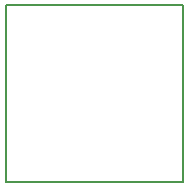
<source format=gbr>
G04 #@! TF.GenerationSoftware,KiCad,Pcbnew,5.0.1-33cea8e~68~ubuntu18.04.1*
G04 #@! TF.CreationDate,2018-11-27T00:32:40+01:00*
G04 #@! TF.ProjectId,AS5600_moveo_2,4153353630305F6D6F76656F5F322E6B,rev?*
G04 #@! TF.SameCoordinates,Original*
G04 #@! TF.FileFunction,Profile,NP*
%FSLAX46Y46*%
G04 Gerber Fmt 4.6, Leading zero omitted, Abs format (unit mm)*
G04 Created by KiCad (PCBNEW 5.0.1-33cea8e~68~ubuntu18.04.1) date mar 27 nov 2018 00:32:40 CET*
%MOMM*%
%LPD*%
G01*
G04 APERTURE LIST*
%ADD10C,0.200000*%
G04 APERTURE END LIST*
D10*
X140195300Y-77101700D02*
X140182600Y-92100400D01*
X155181300Y-77101700D02*
X140195300Y-77101700D01*
X155181300Y-92100400D02*
X155181300Y-77101700D01*
X140182600Y-92100400D02*
X155181300Y-92100400D01*
M02*

</source>
